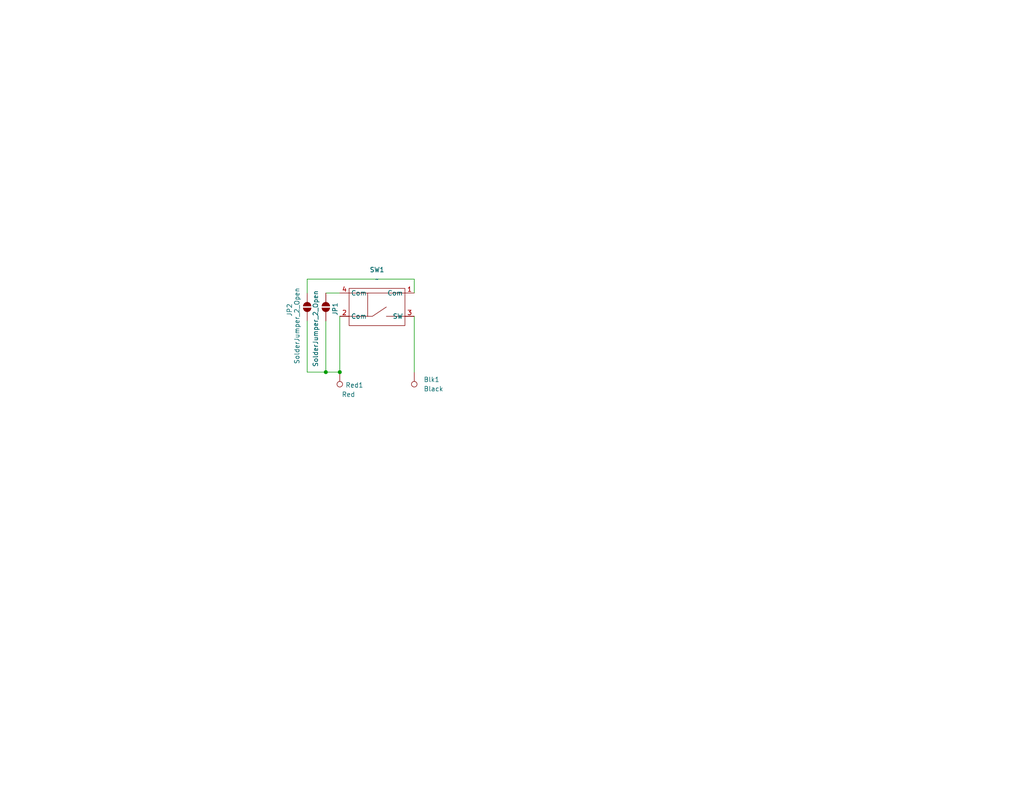
<source format=kicad_sch>
(kicad_sch (version 20250114) (generator "eeschema") (generator_version "9.0")
  (paper "USLetter")
  (title_block (title "Dremel Auto Level Board") (date "2026-02-08") (rev "2"))
  (lib_symbols
    (symbol "Connector:TestPoint" (pin_numbers (hide yes)) (pin_names (offset 0.762) (hide yes))
      (property "Reference" "TP" (at 0 6.858 0))
      (property "Value" "TestPoint" (at 0 5.08 0))
      (symbol "TestPoint_0_1"
        (circle (center 0 3.302) (radius 0.762))
      )
      (symbol "TestPoint_1_1"
        (pin passive line (at 0 0 90) (length 2.54) (name "1") (number "1"))
      )
    )
    (symbol "Jumper:SolderJumper_2_Open" (pin_numbers (hide yes)) (pin_names (offset 0) (hide yes)) (in_bom no)
      (property "Reference" "JP" (at 0 2.032 0))
      (property "Value" "SolderJumper_2_Open" (at 0 -2.54 0))
      (symbol "SolderJumper_2_Open_0_1"
        (polyline (pts (xy -0.254 1.016) (xy -0.254 -1.016)))
        (arc (start -0.254 -1.016) (mid -1.2656 0) (end -0.254 1.016))
        (arc (start -0.254 -1.016) (mid -1.2656 0) (end -0.254 1.016) (fill (type outline)))
        (arc (start 0.254 1.016) (mid 1.2656 0) (end 0.254 -1.016))
        (arc (start 0.254 1.016) (mid 1.2656 0) (end 0.254 -1.016) (fill (type outline)))
        (polyline (pts (xy 0.254 1.016) (xy 0.254 -1.016)))
      )
      (symbol "SolderJumper_2_Open_1_1"
        (pin passive line (at -3.81 0 0) (length 2.54) (name "A") (number "1"))
        (pin passive line (at 3.81 0 180) (length 2.54) (name "B") (number "2"))
      )
    )
    (symbol "Tims Symbols:ESE31R11T"
      (property "Reference" "SW" (at 0 1.524 0))
      (symbol "ESE31R11T_0_1"
        (rectangle (start -7.62 0) (end 7.62 -10.16))
        (polyline (pts (xy -7.62 -7.62) (xy -2.54 -7.62) (xy -2.54 -1.27)))
        (polyline (pts (xy -2.54 -7.62) (xy -1.27 -7.62) (xy 2.54 -5.08)))
        (polyline (pts (xy 7.62 -1.27) (xy -7.62 -1.27)))
        (polyline (pts (xy 7.62 -7.62) (xy 2.54 -7.62)))
      )
      (symbol "ESE31R11T_1_1"
        (pin input line (at -10.16 -1.27 0) (length 2.54) (name "Com") (number "4"))
        (pin input line (at -10.16 -7.62 0) (length 2.54) (name "Com") (number "2"))
        (pin input line (at 10.16 -1.27 180) (length 2.54) (name "Com") (number "1"))
        (pin output line (at 10.16 -7.62 180) (length 2.54) (name "SW") (number "3"))
      )
    )
  )
  (junction (at 88.9 101.6))
  (junction (at 92.71 101.6))
  (wire (pts (xy 113.03 80.01) (xy 113.03 76.2)))
  (wire (pts (xy 83.82 76.2) (xy 113.03 76.2)))
  (wire (pts (xy 88.9 80.01) (xy 92.71 80.01)))
  (wire (pts (xy 92.71 86.36) (xy 92.71 101.6)))
  (wire (pts (xy 83.82 76.2) (xy 83.82 80.01)))
  (wire (pts (xy 113.03 86.36) (xy 113.03 101.6)))
  (wire (pts (xy 83.82 101.6) (xy 88.9 101.6)))
  (wire (pts (xy 88.9 101.6) (xy 92.71 101.6)))
  (wire (pts (xy 88.9 87.63) (xy 88.9 101.6)))
  (wire (pts (xy 83.82 87.63) (xy 83.82 101.6)))
  (symbol (lib_id "Jumper:SolderJumper_2_Open") (at 83.82 83.82 90) (unit 1) (in_bom no)
    (property "Reference" "JP2" (at 78.994 82.804 0) (effects (justify right)))
    (property "Value" "SolderJumper_2_Open" (at 81.026 78.486 0) (effects (justify right)))
    (property "Footprint" "Jumper:SolderJumper-2_P1.3mm_Open_RoundedPad1.0x1.5mm" (effects (hide yes)))
    (property "Description" "Solder Jumper, 2-pole, open" (effects (hide yes)))
  )
  (symbol (lib_id "Connector:TestPoint") (at 113.03 101.6 180) (unit 1)
    (property "Reference" "Blk1" (at 115.57 103.6319 0) (effects (justify right)))
    (property "Value" "Black" (at 115.57 106.1719 0) (effects (justify right)))
    (property "Footprint" "TestPoint:TestPoint_Pad_D1.5mm" (effects (hide yes)))
    (property "Description" "test point" (effects (hide yes)))
  )
  (symbol (lib_id "Tims Symbols:ESE31R11T") (at 102.87 78.74 0) (unit 1)
    (property "Reference" "SW1" (at 102.87 73.66 0))
    (property "Value" "~" (at 102.87 76.2 0))
    (property "Footprint" "Tims_Library:ESE31R11T" (effects (hide yes)))
  )
  (symbol (lib_id "Jumper:SolderJumper_2_Open") (at 88.9 83.82 90) (unit 1) (in_bom no)
    (property "Reference" "JP1" (at 91.44 82.5499 0) (effects (justify right)))
    (property "Value" "SolderJumper_2_Open" (at 86.106 79.248 0) (effects (justify right)))
    (property "Footprint" "Jumper:SolderJumper-2_P1.3mm_Open_RoundedPad1.0x1.5mm" (effects (hide yes)))
    (property "Description" "Solder Jumper, 2-pole, open" (effects (hide yes)))
  )
  (symbol (lib_id "Connector:TestPoint") (at 92.71 101.6 180) (unit 1)
    (property "Reference" "Red1" (at 94.234 105.156 0) (effects (justify right)))
    (property "Value" "Red" (at 93.218 107.696 0) (effects (justify right)))
    (property "Footprint" "TestPoint:TestPoint_Pad_D1.5mm" (effects (hide yes)))
    (property "Description" "test point" (effects (hide yes)))
  )
)
</source>
